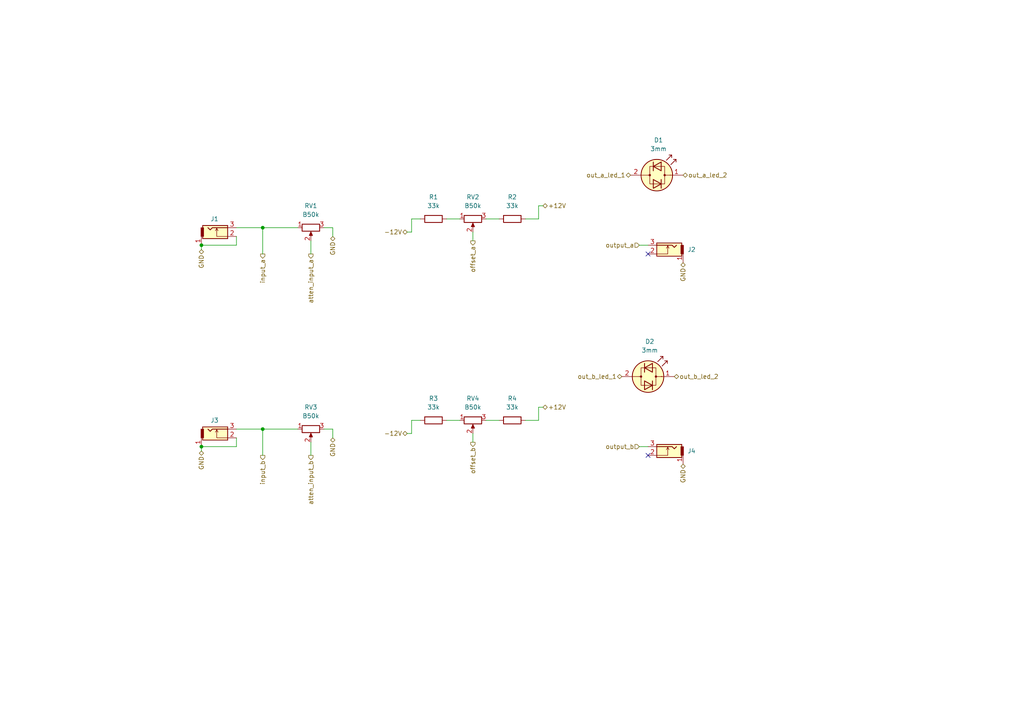
<source format=kicad_sch>
(kicad_sch (version 20231120) (generator "eeschema") (generator_version "8.0")
  (paper "A4")
  (title_block (title "OffsetAtten") (date "2024-05-01") (rev "v2.0") (company "Free Modular"))
  (lib_symbols
    (symbol "Device:LED_Dual_Bidirectional" (pin_names (offset 0) hide)
      (property "Reference" "D" (at 0 5.715 0))
      (property "Value" "LED_Dual_Bidirectional" (at 0 -6.35 0))
      (symbol "LED_Dual_Bidirectional_0_1"
        (circle (center -2.032 0) (radius 0.254) (fill (type outline)))
        (polyline (pts (xy -4.572 0) (xy -2.54 0)))
        (polyline (pts (xy -2.032 0) (xy -2.54 0)))
        (polyline (pts (xy -1.016 3.81) (xy -1.016 1.27)) (stroke (width 0.254)))
        (polyline (pts (xy 1.27 -1.27) (xy 1.27 -3.81)) (stroke (width 0.254)))
        (polyline (pts (xy 4.064 0) (xy 2.286 0)) (fill (type outline)))
        (polyline (pts (xy 4.318 5.842) (xy 4.318 5.08)) (stroke (width 0.2032)))
        (polyline (pts (xy 5.588 4.572) (xy 5.588 3.81)) (stroke (width 0.2032)))
        (polyline (pts (xy 2.794 4.318) (xy 4.318 5.842) (xy 3.556 5.842)) (stroke (width 0.2032)))
        (polyline (pts (xy 4.064 3.048) (xy 5.588 4.572) (xy 4.826 4.572)) (stroke (width 0.2032)))
        (polyline (pts (xy -1.016 -1.27) (xy -1.016 -3.81) (xy 1.27 -2.54) (xy -1.016 -1.27)) (stroke (width 0.254)))
        (polyline (pts (xy 1.27 3.81) (xy 1.27 1.27) (xy -1.016 2.54) (xy 1.27 3.81)) (stroke (width 0.254)))
        (polyline (pts (xy 2.286 2.54) (xy -2.032 2.54) (xy -2.032 -2.54) (xy 2.286 -2.54) (xy 2.286 2.54)))
        (circle (center 0 0) (radius 4.572) (stroke (width 0.254)) (fill (type background)))
        (circle (center 2.286 0) (radius 0.254) (fill (type outline)))
      )
      (symbol "LED_Dual_Bidirectional_1_1"
        (pin input line (at 7.62 0 180) (length 3.81) (name "KA") (number "1"))
        (pin input line (at -7.62 0 0) (length 3.048) (name "AK") (number "2"))
      )
    )
    (symbol "Device:R" (pin_numbers hide) (pin_names (offset 0))
      (property "Reference" "R" (at 2.032 0 90))
      (property "Value" "R" (at 0 0 90))
      (symbol "R_0_1"
        (rectangle (start -1.016 -2.54) (end 1.016 2.54) (stroke (width 0.254)))
      )
      (symbol "R_1_1"
        (pin passive line (at 0 3.81 270) (length 1.27) (name "~") (number "1"))
        (pin passive line (at 0 -3.81 90) (length 1.27) (name "~") (number "2"))
      )
    )
    (symbol "Device:R_Potentiometer" (pin_names (offset 1.016) hide)
      (property "Reference" "RV" (at -4.445 0 90))
      (property "Value" "R_Potentiometer" (at -2.54 0 90))
      (symbol "R_Potentiometer_0_1"
        (polyline (pts (xy 2.54 0) (xy 1.524 0)))
        (polyline (pts (xy 1.143 0) (xy 2.286 0.508) (xy 2.286 -0.508) (xy 1.143 0)) (fill (type outline)))
        (rectangle (start 1.016 2.54) (end -1.016 -2.54) (stroke (width 0.254)))
      )
      (symbol "R_Potentiometer_1_1"
        (pin passive line (at 0 3.81 270) (length 1.27) (name "1") (number "1"))
        (pin passive line (at 3.81 0 180) (length 1.27) (name "2") (number "2"))
        (pin passive line (at 0 -3.81 90) (length 1.27) (name "3") (number "3"))
      )
    )
    (symbol "FreeModular:THONKICONN" (pin_names (offset 1.016))
      (property "Reference" "J" (at -1.27 4.445 0))
      (symbol "THONKICONN_0_1"
        (rectangle (start -4.699 3.175) (end 2.54 -0.635) (stroke (width 0.254)) (fill (type background)))
        (rectangle (start -4.445 0) (end -5.207 2.54) (fill (type outline)))
        (polyline (pts (xy -0.635 2.413) (xy -0.254 1.651)))
        (polyline (pts (xy 2.54 0) (xy -0.635 0) (xy -0.635 2.413) (xy -1.016 1.651)))
        (polyline (pts (xy 2.54 2.54) (xy -1.905 2.54) (xy -2.54 1.905) (xy -3.175 2.54)) (stroke (width 0.254)))
      )
      (symbol "THONKICONN_1_1"
        (pin passive line (at -5.08 -2.54 90) (length 2.54) (name "~") (number "1"))
        (pin passive line (at 5.08 0 180) (length 2.54) (name "~") (number "2"))
        (pin passive line (at 5.08 2.54 180) (length 2.54) (name "~") (number "3"))
      )
    )
  )
  (junction (at 76.2 124.46))
  (junction (at 76.2 66.04))
  (junction (at 58.42 129.54))
  (junction (at 58.42 71.12))
  (no_connect (at 187.96 132.08))
  (no_connect (at 187.96 73.66))
  (wire (pts (xy 157.48 59.69) (xy 156.21 59.69)))
  (wire (pts (xy 129.54 121.92) (xy 133.35 121.92)))
  (wire (pts (xy 119.38 121.92) (xy 119.38 125.73)))
  (wire (pts (xy 68.58 127) (xy 68.58 129.54)))
  (wire (pts (xy 118.11 67.31) (xy 119.38 67.31)))
  (wire (pts (xy 156.21 63.5) (xy 152.4 63.5)))
  (wire (pts (xy 137.16 128.27) (xy 137.16 125.73)))
  (wire (pts (xy 93.98 124.46) (xy 96.52 124.46)))
  (wire (pts (xy 96.52 66.04) (xy 96.52 68.58)))
  (wire (pts (xy 157.48 118.11) (xy 156.21 118.11)))
  (wire (pts (xy 68.58 129.54) (xy 58.42 129.54)))
  (wire (pts (xy 93.98 66.04) (xy 96.52 66.04)))
  (wire (pts (xy 76.2 66.04) (xy 76.2 73.66)))
  (wire (pts (xy 140.97 63.5) (xy 144.78 63.5)))
  (wire (pts (xy 156.21 59.69) (xy 156.21 63.5)))
  (wire (pts (xy 68.58 68.58) (xy 68.58 71.12)))
  (wire (pts (xy 129.54 63.5) (xy 133.35 63.5)))
  (wire (pts (xy 121.92 121.92) (xy 119.38 121.92)))
  (wire (pts (xy 68.58 71.12) (xy 58.42 71.12)))
  (wire (pts (xy 90.17 128.27) (xy 90.17 132.08)))
  (wire (pts (xy 76.2 124.46) (xy 86.36 124.46)))
  (wire (pts (xy 118.11 125.73) (xy 119.38 125.73)))
  (wire (pts (xy 76.2 66.04) (xy 86.36 66.04)))
  (wire (pts (xy 58.42 130.81) (xy 58.42 129.54)))
  (wire (pts (xy 68.58 66.04) (xy 76.2 66.04)))
  (wire (pts (xy 76.2 132.08) (xy 76.2 124.46)))
  (wire (pts (xy 121.92 63.5) (xy 119.38 63.5)))
  (wire (pts (xy 185.42 71.12) (xy 187.96 71.12)))
  (wire (pts (xy 156.21 121.92) (xy 152.4 121.92)))
  (wire (pts (xy 90.17 69.85) (xy 90.17 73.66)))
  (wire (pts (xy 185.42 129.54) (xy 187.96 129.54)))
  (wire (pts (xy 137.16 67.31) (xy 137.16 69.85)))
  (wire (pts (xy 96.52 124.46) (xy 96.52 127)))
  (wire (pts (xy 58.42 72.39) (xy 58.42 71.12)))
  (wire (pts (xy 156.21 118.11) (xy 156.21 121.92)))
  (wire (pts (xy 68.58 124.46) (xy 76.2 124.46)))
  (wire (pts (xy 119.38 63.5) (xy 119.38 67.31)))
  (wire (pts (xy 140.97 121.92) (xy 144.78 121.92)))
  (hierarchical_label "-12V" (shape bidirectional) (at 118.11 125.73 180))
  (hierarchical_label "output_b" (shape input) (at 185.42 129.54 180))
  (hierarchical_label "GND" (shape bidirectional) (at 96.52 68.58 270))
  (hierarchical_label "input_a" (shape output) (at 76.2 73.66 270))
  (hierarchical_label "GND" (shape bidirectional) (at 58.42 130.81 270))
  (hierarchical_label "out_a_led_1" (shape bidirectional) (at 182.88 50.8 180))
  (hierarchical_label "atten_input_b" (shape output) (at 90.17 132.08 270))
  (hierarchical_label "offset_a" (shape output) (at 137.16 69.85 270))
  (hierarchical_label "GND" (shape bidirectional) (at 58.42 72.39 270))
  (hierarchical_label "GND" (shape bidirectional) (at 96.52 127 270))
  (hierarchical_label "GND" (shape bidirectional) (at 198.12 76.2 270))
  (hierarchical_label "-12V" (shape bidirectional) (at 118.11 67.31 180))
  (hierarchical_label "input_b" (shape output) (at 76.2 132.08 270))
  (hierarchical_label "output_a" (shape input) (at 185.42 71.12 180))
  (hierarchical_label "GND" (shape bidirectional) (at 198.12 134.62 270))
  (hierarchical_label "out_a_led_2" (shape bidirectional) (at 198.12 50.8 0))
  (hierarchical_label "out_b_led_1" (shape bidirectional) (at 180.34 109.22 180))
  (hierarchical_label "out_b_led_2" (shape bidirectional) (at 195.58 109.22 0))
  (hierarchical_label "offset_b" (shape output) (at 137.16 128.27 270))
  (hierarchical_label "+12V" (shape bidirectional) (at 157.48 118.11 0))
  (hierarchical_label "atten_input_a" (shape output) (at 90.17 73.66 270))
  (hierarchical_label "+12V" (shape bidirectional) (at 157.48 59.69 0))
  (symbol (lib_id "Device:R") (at 148.59 121.92 270) (unit 1)
    (property "Reference" "R4" (at 148.59 115.57 90))
    (property "Value" "33k" (at 148.59 118.11 90))
    (property "Footprint" "Resistor_THT:R_Axial_DIN0207_L6.3mm_D2.5mm_P10.16mm_Horizontal" (effects (hide yes)))
    (property "Description" "Resistor" (effects (hide yes)))
  )
  (symbol (lib_id "FreeModular:THONKICONN") (at 63.5 68.58 0) (unit 1)
    (property "Reference" "J1" (at 62.23 63.5 0))
    (property "Value" "THONKICONN" (effects (hide yes)))
    (property "Footprint" "FreeModular:THONKICONN_perf" (effects (hide yes)))
    (property "Description" "2-pin audio jack receptable (mono/TS connector) with switching contact" (effects (hide yes)))
  )
  (symbol (lib_id "Device:LED_Dual_Bidirectional") (at 187.96 109.22 0) (unit 1)
    (property "Reference" "D2" (at 188.4553 99.06 0))
    (property "Value" "3mm" (at 188.4553 101.6 0))
    (property "Footprint" "LED_THT:LED_D3.0mm_Clear" (effects (hide yes)))
    (property "Description" "Dual LED, bidirectional" (effects (hide yes)))
  )
  (symbol (lib_id "FreeModular:THONKICONN") (at 63.5 127 0) (unit 1)
    (property "Reference" "J3" (at 62.23 121.92 0))
    (property "Value" "THONKICONN" (effects (hide yes)))
    (property "Footprint" "FreeModular:THONKICONN_perf" (effects (hide yes)))
    (property "Description" "2-pin audio jack receptable (mono/TS connector) with switching contact" (effects (hide yes)))
  )
  (symbol (lib_id "FreeModular:THONKICONN") (at 193.04 73.66 0) (mirror y) (unit 1)
    (property "Reference" "J2" (at 199.39 72.3899 0) (effects (justify right)))
    (property "Value" "THONKICONN" (effects (hide yes)))
    (property "Footprint" "FreeModular:THONKICONN_perf" (effects (hide yes)))
    (property "Description" "2-pin audio jack receptable (mono/TS connector) with switching contact" (effects (hide yes)))
  )
  (symbol (lib_id "Device:R_Potentiometer") (at 137.16 63.5 90) (mirror x) (unit 1)
    (property "Reference" "RV2" (at 137.16 57.15 90))
    (property "Value" "B50k" (at 137.16 59.69 90))
    (property "Footprint" "FreeModular:Alpha_Potentiometer_Grounded" (effects (hide yes)))
    (property "Description" "Potentiometer" (effects (hide yes)))
  )
  (symbol (lib_id "Device:LED_Dual_Bidirectional") (at 190.5 50.8 0) (unit 1)
    (property "Reference" "D1" (at 190.9953 40.64 0))
    (property "Value" "3mm" (at 190.9953 43.18 0))
    (property "Footprint" "LED_THT:LED_D3.0mm_Clear" (effects (hide yes)))
    (property "Description" "Dual LED, bidirectional" (effects (hide yes)))
  )
  (symbol (lib_id "Device:R_Potentiometer") (at 90.17 124.46 90) (mirror x) (unit 1)
    (property "Reference" "RV3" (at 90.17 118.11 90))
    (property "Value" "B50k" (at 90.17 120.65 90))
    (property "Footprint" "FreeModular:Alpha_Potentiometer_Grounded" (effects (hide yes)))
    (property "Description" "Potentiometer" (effects (hide yes)))
  )
  (symbol (lib_id "Device:R_Potentiometer") (at 90.17 66.04 90) (mirror x) (unit 1)
    (property "Reference" "RV1" (at 90.17 59.69 90))
    (property "Value" "B50k" (at 90.17 62.23 90))
    (property "Footprint" "FreeModular:Alpha_Potentiometer_Grounded" (effects (hide yes)))
    (property "Description" "Potentiometer" (effects (hide yes)))
  )
  (symbol (lib_id "Device:R") (at 125.73 63.5 270) (unit 1)
    (property "Reference" "R1" (at 125.73 57.15 90))
    (property "Value" "33k" (at 125.73 59.69 90))
    (property "Footprint" "Resistor_THT:R_Axial_DIN0207_L6.3mm_D2.5mm_P10.16mm_Horizontal" (effects (hide yes)))
    (property "Description" "Resistor" (effects (hide yes)))
  )
  (symbol (lib_id "Device:R") (at 148.59 63.5 270) (unit 1)
    (property "Reference" "R2" (at 148.59 57.15 90))
    (property "Value" "33k" (at 148.59 59.69 90))
    (property "Footprint" "Resistor_THT:R_Axial_DIN0207_L6.3mm_D2.5mm_P10.16mm_Horizontal" (effects (hide yes)))
    (property "Description" "Resistor" (effects (hide yes)))
  )
  (symbol (lib_id "FreeModular:THONKICONN") (at 193.04 132.08 0) (mirror y) (unit 1)
    (property "Reference" "J4" (at 199.39 130.8099 0) (effects (justify right)))
    (property "Value" "THONKICONN" (effects (hide yes)))
    (property "Footprint" "FreeModular:THONKICONN_perf" (effects (hide yes)))
    (property "Description" "2-pin audio jack receptable (mono/TS connector) with switching contact" (effects (hide yes)))
  )
  (symbol (lib_id "Device:R_Potentiometer") (at 137.16 121.92 90) (mirror x) (unit 1)
    (property "Reference" "RV4" (at 137.16 115.57 90))
    (property "Value" "B50k" (at 137.16 118.11 90))
    (property "Footprint" "FreeModular:Alpha_Potentiometer_Grounded" (effects (hide yes)))
    (property "Description" "Potentiometer" (effects (hide yes)))
  )
  (symbol (lib_id "Device:R") (at 125.73 121.92 270) (unit 1)
    (property "Reference" "R3" (at 125.73 115.57 90))
    (property "Value" "33k" (at 125.73 118.11 90))
    (property "Footprint" "Resistor_THT:R_Axial_DIN0207_L6.3mm_D2.5mm_P10.16mm_Horizontal" (effects (hide yes)))
    (property "Description" "Resistor" (effects (hide yes)))
  )
)
</source>
